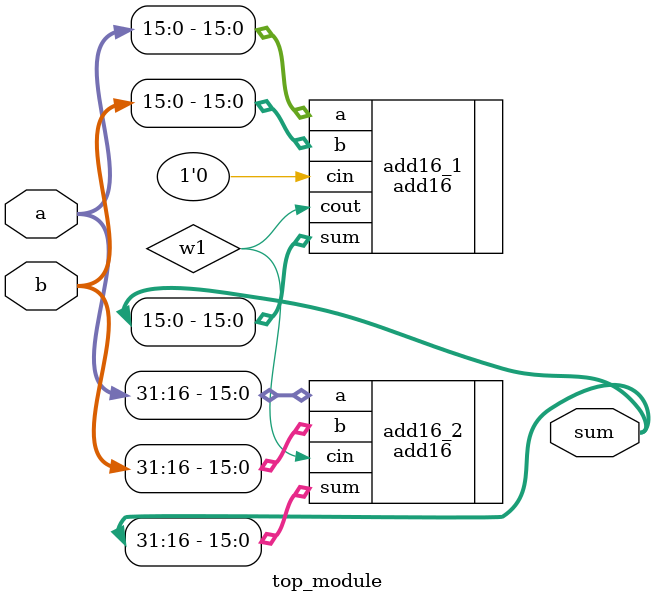
<source format=v>
module top_module(
    input [31:0] a,
    input [31:0] b,
    output [31:0] sum
);

    wire w1;
    
    add16 add16_1(
        .a(a[15:0]),
        .b(b[15:0]),
        .cin(1'b0),
        .cout(w1),
        .sum(sum[15:0])
    );
    
    add16 add16_2(
        .a(a[31:16]),
        .b(b[31:16]),
        .cin(w1),
        .sum(sum[31:16])
    );
    
endmodule

</source>
